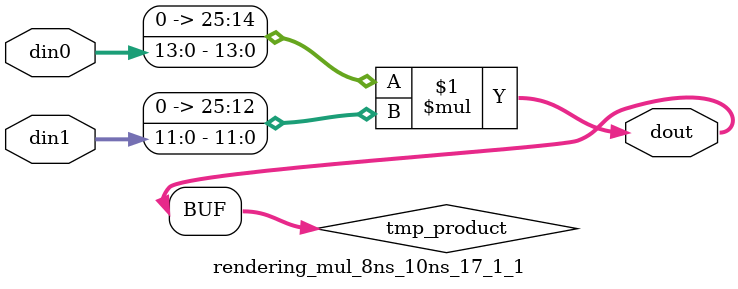
<source format=v>

`timescale 1 ns / 1 ps

  module rendering_mul_8ns_10ns_17_1_1(din0, din1, dout);
parameter ID = 1;
parameter NUM_STAGE = 0;
parameter din0_WIDTH = 14;
parameter din1_WIDTH = 12;
parameter dout_WIDTH = 26;

input [din0_WIDTH - 1 : 0] din0; 
input [din1_WIDTH - 1 : 0] din1; 
output [dout_WIDTH - 1 : 0] dout;

wire signed [dout_WIDTH - 1 : 0] tmp_product;










assign tmp_product = $signed({1'b0, din0}) * $signed({1'b0, din1});











assign dout = tmp_product;







endmodule

</source>
